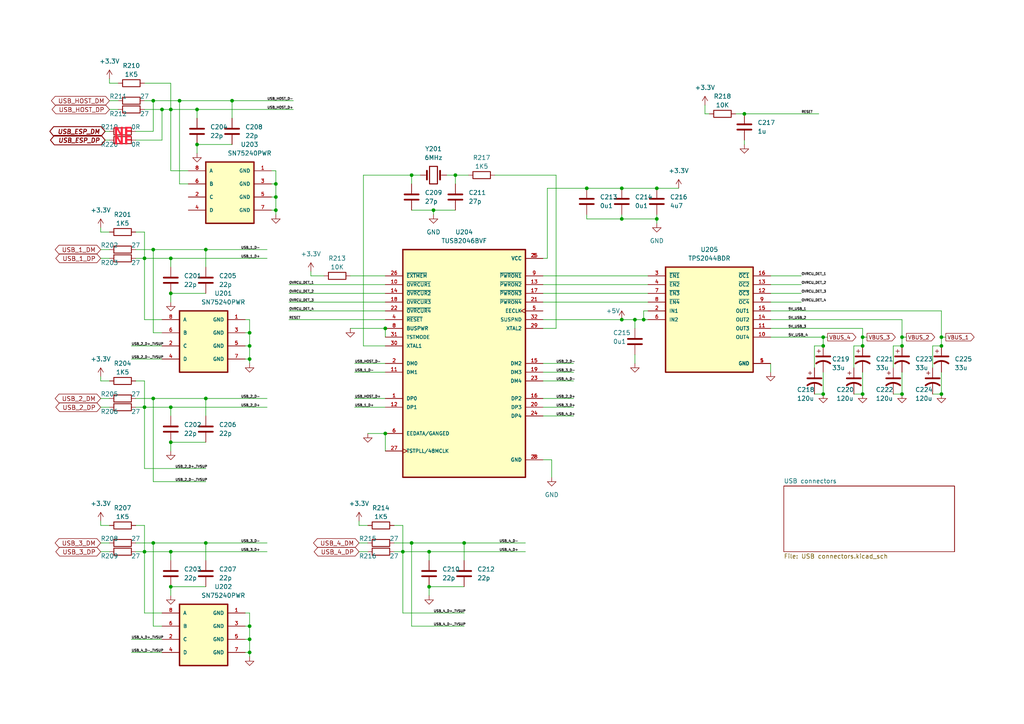
<source format=kicad_sch>
(kicad_sch (version 20230121) (generator eeschema)
  (paper "A4")
  (lib_symbols
    (symbol "Device:C" (pin_numbers hide) (pin_names (offset 0.254))
      (property "Reference" "C" (at 0.635 2.54 0))
      (property "Value" "C" (at 0.635 -2.54 0))
      (symbol "C_0_1"
        (polyline (pts (xy -2.032 -0.762) (xy 2.032 -0.762)) (stroke (width 0.508)))
        (polyline (pts (xy -2.032 0.762) (xy 2.032 0.762)) (stroke (width 0.508)))
      )
      (symbol "C_1_1"
        (pin passive line (at 0 3.81 270) (length 2.794) (name "~") (number "1"))
        (pin passive line (at 0 -3.81 90) (length 2.794) (name "~") (number "2"))
      )
    )
    (symbol "Device:C_Polarized_US" (pin_numbers hide) (pin_names (offset 0.254) hide)
      (property "Reference" "C" (at 0.635 2.54 0))
      (property "Value" "C_Polarized_US" (at 0.635 -2.54 0))
      (symbol "C_Polarized_US_0_1"
        (polyline (pts (xy -2.032 0.762) (xy 2.032 0.762)) (stroke (width 0.508)))
        (polyline (pts (xy -1.778 2.286) (xy -0.762 2.286)))
        (polyline (pts (xy -1.27 1.778) (xy -1.27 2.794)))
        (arc (start 2.032 -1.27) (mid 0 -0.5572) (end -2.032 -1.27) (stroke (width 0.508)))
      )
      (symbol "C_Polarized_US_1_1"
        (pin passive line (at 0 3.81 270) (length 2.794) (name "~") (number "1"))
        (pin passive line (at 0 -3.81 90) (length 3.302) (name "~") (number "2"))
      )
    )
    (symbol "Device:Crystal" (pin_numbers hide) (pin_names (offset 1.016) hide)
      (property "Reference" "Y" (at 0 3.81 0))
      (property "Value" "Crystal" (at 0 -3.81 0))
      (symbol "Crystal_0_1"
        (rectangle (start -1.143 2.54) (end 1.143 -2.54) (stroke (width 0.3048)))
        (polyline (pts (xy -2.54 0) (xy -1.905 0)))
        (polyline (pts (xy -1.905 -1.27) (xy -1.905 1.27)) (stroke (width 0.508)))
        (polyline (pts (xy 1.905 -1.27) (xy 1.905 1.27)) (stroke (width 0.508)))
        (polyline (pts (xy 2.54 0) (xy 1.905 0)))
      )
      (symbol "Crystal_1_1"
        (pin passive line (at -3.81 0 0) (length 1.27) (name "1") (number "1"))
        (pin passive line (at 3.81 0 180) (length 1.27) (name "2") (number "2"))
      )
    )
    (symbol "Device:R" (pin_numbers hide) (pin_names (offset 0))
      (property "Reference" "R" (at 2.032 0 90))
      (property "Value" "R" (at 0 0 90))
      (symbol "R_0_1"
        (rectangle (start -1.016 -2.54) (end 1.016 2.54) (stroke (width 0.254)))
      )
      (symbol "R_1_1"
        (pin passive line (at 0 3.81 270) (length 1.27) (name "~") (number "1"))
        (pin passive line (at 0 -3.81 90) (length 1.27) (name "~") (number "2"))
      )
    )
    (symbol "SN75240PWR:SN75240PWR" (pin_names (offset 1.016))
      (property "Reference" "U4" (at 0 17.78 0))
      (property "Value" "SN75240PWR" (at 0 15.24 0))
      (symbol "SN75240PWR_0_0"
        (rectangle (start -12.7 12.7) (end 1.27 -5.08) (stroke (width 0.41)) (fill (type background)))
        (pin power_in line (at 6.35 10.16 180) (length 5.08) (name "GND") (number "1"))
        (pin bidirectional line (at -17.78 2.54 0) (length 5.08) (name "C") (number "2"))
        (pin power_in line (at 6.35 6.35 180) (length 5.08) (name "GND") (number "3"))
        (pin bidirectional line (at -17.78 -1.27 0) (length 5.08) (name "D") (number "4"))
        (pin power_in line (at 6.35 2.54 180) (length 5.08) (name "GND") (number "5"))
        (pin bidirectional line (at -17.78 6.35 0) (length 5.08) (name "B") (number "6"))
        (pin power_in line (at 6.35 -1.27 180) (length 5.08) (name "GND") (number "7"))
        (pin bidirectional line (at -17.78 10.16 0) (length 5.08) (name "A") (number "8"))
      )
    )
    (symbol "TPS2044BDR:TPS2044BDR" (pin_names (offset 1.016))
      (property "Reference" "U" (at -12.7 16.24 0))
      (property "Value" "TPS2044BDR" (at -12.7 -19.24 0))
      (symbol "TPS2044BDR_0_0"
        (rectangle (start -12.7 -15.24) (end 12.7 15.24) (stroke (width 0.41)) (fill (type background)))
        (pin power_in line (at 17.78 -12.7 180) (length 5.08) (name "GND") (number "1"))
        (pin output line (at 17.78 -5.08 180) (length 5.08) (name "OUT4") (number "10"))
        (pin output line (at 17.78 -2.54 180) (length 5.08) (name "OUT3") (number "11"))
        (pin output line (at 17.78 7.62 180) (length 5.08) (name "~{OC3}") (number "12"))
        (pin output line (at 17.78 10.16 180) (length 5.08) (name "~{OC2}") (number "13"))
        (pin output line (at 17.78 0 180) (length 5.08) (name "OUT2") (number "14"))
        (pin output line (at 17.78 2.54 180) (length 5.08) (name "OUT1") (number "15"))
        (pin output line (at 17.78 12.7 180) (length 5.08) (name "~{OC1}") (number "16"))
        (pin input line (at -17.78 2.54 0) (length 5.08) (name "IN1") (number "2"))
        (pin input line (at -17.78 12.7 0) (length 5.08) (name "~{EN1}") (number "3"))
        (pin input line (at -17.78 10.16 0) (length 5.08) (name "~{EN2}") (number "4"))
        (pin power_in line (at 17.78 -12.7 180) (length 5.08) (name "GND") (number "5"))
        (pin input line (at -17.78 0 0) (length 5.08) (name "IN2") (number "6"))
        (pin input line (at -17.78 7.62 0) (length 5.08) (name "~{EN3}") (number "7"))
        (pin input line (at -17.78 5.08 0) (length 5.08) (name "~{EN4}") (number "8"))
        (pin output line (at 17.78 5.08 180) (length 5.08) (name "~{OC4}") (number "9"))
      )
    )
    (symbol "TUSB2046BVF:TUSB2046BVF" (pin_names (offset 1.016))
      (property "Reference" "U" (at -17.78 34.02 0))
      (property "Value" "TUSB2046BVF" (at -17.78 -37.02 0))
      (symbol "TUSB2046BVF_0_0"
        (rectangle (start -17.78 -33.02) (end 17.78 33.02) (stroke (width 0.41)) (fill (type background)))
        (pin bidirectional line (at -22.86 -10.16 0) (length 5.08) (name "DP0") (number "1"))
        (pin input line (at -22.86 22.86 0) (length 5.08) (name "~{OVRCUR1}") (number "10"))
        (pin bidirectional line (at -22.86 -2.54 0) (length 5.08) (name "DM1") (number "11"))
        (pin bidirectional line (at -22.86 -12.7 0) (length 5.08) (name "DP1") (number "12"))
        (pin output line (at 22.86 22.86 180) (length 5.08) (name "~{PWRON2}") (number "13"))
        (pin input line (at -22.86 20.32 0) (length 5.08) (name "~{OVRCUR2}") (number "14"))
        (pin bidirectional line (at 22.86 0 180) (length 5.08) (name "DM2") (number "15"))
        (pin bidirectional line (at 22.86 -10.16 180) (length 5.08) (name "DP2") (number "16"))
        (pin output line (at 22.86 20.32 180) (length 5.08) (name "~{PWRON3}") (number "17"))
        (pin input line (at -22.86 17.78 0) (length 5.08) (name "~{OVRCUR3}") (number "18"))
        (pin bidirectional line (at 22.86 -2.54 180) (length 5.08) (name "DM3") (number "19"))
        (pin bidirectional line (at -22.86 0 0) (length 5.08) (name "DM0") (number "2"))
        (pin bidirectional line (at 22.86 -12.7 180) (length 5.08) (name "DP3") (number "20"))
        (pin output line (at 22.86 17.78 180) (length 5.08) (name "~{PWRON4}") (number "21"))
        (pin input line (at -22.86 15.24 0) (length 5.08) (name "~{OVRCUR4}") (number "22"))
        (pin bidirectional line (at 22.86 -5.08 180) (length 5.08) (name "DM4") (number "23"))
        (pin bidirectional line (at 22.86 -15.24 180) (length 5.08) (name "DP4") (number "24"))
        (pin power_in line (at 22.86 30.48 180) (length 5.08) (name "VCC") (number "25"))
        (pin input line (at -22.86 25.4 0) (length 5.08) (name "~{EXTMEM}") (number "26"))
        (pin bidirectional clock (at -22.86 -25.4 0) (length 5.08) (name "TSTPLL/48MCLK") (number "27"))
        (pin power_in line (at 22.86 -27.94 180) (length 5.08) (name "GND") (number "28"))
        (pin output line (at 22.86 10.16 180) (length 5.08) (name "XTAL2") (number "29"))
        (pin power_in line (at 22.86 30.48 180) (length 5.08) (name "VCC") (number "3"))
        (pin input line (at -22.86 5.08 0) (length 5.08) (name "XTAL1") (number "30"))
        (pin input line (at -22.86 7.62 0) (length 5.08) (name "TSTMODE") (number "31"))
        (pin output line (at 22.86 12.7 180) (length 5.08) (name "SUSPND") (number "32"))
        (pin input line (at -22.86 12.7 0) (length 5.08) (name "~{RESET}") (number "4"))
        (pin output clock (at 22.86 15.24 180) (length 5.08) (name "EECLK") (number "5"))
        (pin bidirectional line (at -22.86 -20.32 0) (length 5.08) (name "EEDATA/GANGED") (number "6"))
        (pin power_in line (at 22.86 -27.94 180) (length 5.08) (name "GND") (number "7"))
        (pin input line (at -22.86 10.16 0) (length 5.08) (name "BUSPWR") (number "8"))
        (pin output line (at 22.86 25.4 180) (length 5.08) (name "~{PWRON1}") (number "9"))
      )
    )
    (symbol "power:+3.3V" (power) (pin_names (offset 0))
      (property "Value" "+3.3V" (at 0 3.556 0))
      (symbol "+3.3V_0_1"
        (polyline (pts (xy -0.762 1.27) (xy 0 2.54)))
        (polyline (pts (xy 0 0) (xy 0 2.54)))
        (polyline (pts (xy 0 2.54) (xy 0.762 1.27)))
      )
      (symbol "+3.3V_1_1"
        (pin power_in line (at 0 0 90) (length 0) hide (name "+3.3V") (number "1"))
      )
    )
    (symbol "power:+5V" (power) (pin_names (offset 0))
      (property "Value" "+5V" (at 0 3.556 0))
      (symbol "+5V_0_1"
        (polyline (pts (xy -0.762 1.27) (xy 0 2.54)))
        (polyline (pts (xy 0 0) (xy 0 2.54)))
        (polyline (pts (xy 0 2.54) (xy 0.762 1.27)))
      )
      (symbol "+5V_1_1"
        (pin power_in line (at 0 0 90) (length 0) hide (name "+5V") (number "1"))
      )
    )
    (symbol "power:GND" (power) (pin_names (offset 0))
      (property "Value" "GND" (at 0 -3.81 0))
      (symbol "GND_0_1"
        (polyline (pts (xy 0 0) (xy 0 -1.27) (xy 1.27 -1.27) (xy 0 -2.54) (xy -1.27 -1.27) (xy 0 -1.27)))
      )
      (symbol "GND_1_1"
        (pin power_in line (at 0 0 270) (length 0) hide (name "GND") (number "1"))
      )
    )
  )
  (junction (at 134.62 157.48))
  (junction (at 124.46 160.02))
  (junction (at 46.99 31.75))
  (junction (at 49.53 74.93))
  (junction (at 184.15 92.71))
  (junction (at 59.69 72.39))
  (junction (at 190.5 63.5))
  (junction (at 215.9 33.02))
  (junction (at 273.05 114.3))
  (junction (at 41.91 118.11))
  (junction (at 170.18 54.61))
  (junction (at 250.19 97.79))
  (junction (at 41.91 160.02))
  (junction (at 49.53 160.02))
  (junction (at 72.39 100.33))
  (junction (at 80.01 60.96))
  (junction (at 67.31 29.21))
  (junction (at 72.39 185.42))
  (junction (at 59.69 115.57))
  (junction (at 72.39 104.14))
  (junction (at 57.15 41.91))
  (junction (at 132.08 50.8))
  (junction (at 49.53 85.09))
  (junction (at 72.39 189.23))
  (junction (at 273.05 97.79))
  (junction (at 180.34 54.61))
  (junction (at 124.46 170.18))
  (junction (at 111.76 95.25))
  (junction (at 49.53 170.18))
  (junction (at 180.34 92.71))
  (junction (at 72.39 181.61))
  (junction (at 250.19 114.3))
  (junction (at 125.73 60.96))
  (junction (at 238.76 97.79))
  (junction (at 49.53 118.11))
  (junction (at 116.84 160.02))
  (junction (at 49.53 128.27))
  (junction (at 186.69 92.71))
  (junction (at 49.53 31.75))
  (junction (at 273.05 100.33))
  (junction (at 250.19 100.33))
  (junction (at 261.62 97.79))
  (junction (at 238.76 100.33))
  (junction (at 44.45 115.57))
  (junction (at 44.45 29.21))
  (junction (at 190.5 54.61))
  (junction (at 261.62 100.33))
  (junction (at 44.45 157.48))
  (junction (at 180.34 63.5))
  (junction (at 72.39 96.52))
  (junction (at 52.07 29.21))
  (junction (at 59.69 157.48))
  (junction (at 111.76 125.73))
  (junction (at 238.76 114.3))
  (junction (at 44.45 72.39))
  (junction (at 80.01 53.34))
  (junction (at 119.38 50.8))
  (junction (at 119.38 157.48))
  (junction (at 41.91 74.93))
  (junction (at 261.62 114.3))
  (junction (at 57.15 31.75))
  (junction (at 80.01 57.15))
  (wire (pts (xy 29.21 118.11) (xy 31.75 118.11)))
  (wire (pts (xy 134.62 157.48) (xy 152.4 157.48)))
  (wire (pts (xy 71.12 96.52) (xy 72.39 96.52)))
  (wire (pts (xy 129.54 50.8) (xy 132.08 50.8)))
  (wire (pts (xy 46.99 181.61) (xy 44.45 181.61)))
  (wire (pts (xy 52.07 29.21) (xy 67.31 29.21)))
  (wire (pts (xy 72.39 92.71) (xy 71.12 92.71)))
  (wire (pts (xy 250.19 95.25) (xy 250.19 97.79)))
  (wire (pts (xy 59.69 157.48) (xy 77.47 157.48)))
  (wire (pts (xy 38.1 189.23) (xy 46.99 189.23)))
  (wire (pts (xy 44.45 139.7) (xy 44.45 115.57)))
  (wire (pts (xy 238.76 107.95) (xy 238.76 114.3)))
  (wire (pts (xy 158.75 54.61) (xy 158.75 74.93)))
  (wire (pts (xy 57.15 41.91) (xy 57.15 44.45)))
  (wire (pts (xy 104.14 157.48) (xy 106.68 157.48)))
  (wire (pts (xy 236.22 114.3) (xy 238.76 114.3)))
  (wire (pts (xy 190.5 62.23) (xy 190.5 63.5)))
  (wire (pts (xy 223.52 90.17) (xy 273.05 90.17)))
  (wire (pts (xy 124.46 160.02) (xy 152.4 160.02)))
  (wire (pts (xy 71.12 100.33) (xy 72.39 100.33)))
  (wire (pts (xy 223.52 80.01) (xy 232.41 80.01)))
  (wire (pts (xy 119.38 181.61) (xy 119.38 157.48)))
  (wire (pts (xy 259.08 100.33) (xy 261.62 100.33)))
  (wire (pts (xy 44.45 157.48) (xy 59.69 157.48)))
  (wire (pts (xy 49.53 31.75) (xy 57.15 31.75)))
  (wire (pts (xy 38.1 185.42) (xy 46.99 185.42)))
  (wire (pts (xy 30.48 38.1) (xy 31.75 38.1)))
  (wire (pts (xy 59.69 157.48) (xy 59.69 162.56)))
  (wire (pts (xy 41.91 118.11) (xy 49.53 118.11)))
  (wire (pts (xy 180.34 63.5) (xy 190.5 63.5)))
  (wire (pts (xy 213.36 33.02) (xy 215.9 33.02)))
  (wire (pts (xy 49.53 128.27) (xy 59.69 128.27)))
  (wire (pts (xy 170.18 54.61) (xy 158.75 54.61)))
  (wire (pts (xy 204.47 33.02) (xy 205.74 33.02)))
  (wire (pts (xy 29.21 152.4) (xy 31.75 152.4)))
  (wire (pts (xy 59.69 72.39) (xy 77.47 72.39)))
  (wire (pts (xy 196.85 54.61) (xy 190.5 54.61)))
  (wire (pts (xy 116.84 160.02) (xy 124.46 160.02)))
  (wire (pts (xy 44.45 139.7) (xy 59.69 139.7)))
  (wire (pts (xy 223.52 87.63) (xy 232.41 87.63)))
  (wire (pts (xy 111.76 107.95) (xy 102.87 107.95)))
  (wire (pts (xy 247.65 106.68) (xy 247.65 100.33)))
  (wire (pts (xy 157.48 133.35) (xy 160.02 133.35)))
  (wire (pts (xy 31.75 31.75) (xy 34.29 31.75)))
  (wire (pts (xy 41.91 31.75) (xy 46.99 31.75)))
  (wire (pts (xy 72.39 185.42) (xy 72.39 181.61)))
  (wire (pts (xy 270.51 106.68) (xy 270.51 100.33)))
  (wire (pts (xy 71.12 104.14) (xy 72.39 104.14)))
  (wire (pts (xy 39.37 157.48) (xy 44.45 157.48)))
  (wire (pts (xy 29.21 157.48) (xy 31.75 157.48)))
  (wire (pts (xy 41.91 135.89) (xy 41.91 118.11)))
  (wire (pts (xy 80.01 57.15) (xy 80.01 53.34)))
  (wire (pts (xy 80.01 49.53) (xy 78.74 49.53)))
  (wire (pts (xy 187.96 90.17) (xy 186.69 90.17)))
  (wire (pts (xy 71.12 185.42) (xy 72.39 185.42)))
  (wire (pts (xy 49.53 49.53) (xy 54.61 49.53)))
  (wire (pts (xy 39.37 67.31) (xy 41.91 67.31)))
  (wire (pts (xy 49.53 49.53) (xy 49.53 31.75)))
  (wire (pts (xy 261.62 97.79) (xy 261.62 100.33)))
  (wire (pts (xy 250.19 97.79) (xy 250.19 100.33)))
  (wire (pts (xy 160.02 133.35) (xy 160.02 138.43)))
  (wire (pts (xy 41.91 92.71) (xy 46.99 92.71)))
  (wire (pts (xy 49.53 128.27) (xy 49.53 130.81)))
  (wire (pts (xy 261.62 107.95) (xy 261.62 114.3)))
  (wire (pts (xy 49.53 170.18) (xy 59.69 170.18)))
  (wire (pts (xy 83.82 82.55) (xy 111.76 82.55)))
  (wire (pts (xy 44.45 38.1) (xy 44.45 29.21)))
  (wire (pts (xy 119.38 181.61) (xy 134.62 181.61)))
  (wire (pts (xy 90.17 78.74) (xy 90.17 80.01)))
  (wire (pts (xy 72.39 177.8) (xy 71.12 177.8)))
  (wire (pts (xy 104.14 152.4) (xy 106.68 152.4)))
  (wire (pts (xy 39.37 40.64) (xy 46.99 40.64)))
  (wire (pts (xy 49.53 85.09) (xy 59.69 85.09)))
  (wire (pts (xy 187.96 92.71) (xy 186.69 92.71)))
  (wire (pts (xy 80.01 60.96) (xy 80.01 62.23)))
  (wire (pts (xy 49.53 24.13) (xy 49.53 31.75)))
  (wire (pts (xy 273.05 107.95) (xy 273.05 114.3)))
  (wire (pts (xy 49.53 118.11) (xy 49.53 120.65)))
  (wire (pts (xy 111.76 95.25) (xy 111.76 97.79)))
  (wire (pts (xy 83.82 90.17) (xy 111.76 90.17)))
  (wire (pts (xy 44.45 72.39) (xy 59.69 72.39)))
  (wire (pts (xy 72.39 185.42) (xy 72.39 189.23)))
  (wire (pts (xy 44.45 29.21) (xy 52.07 29.21)))
  (wire (pts (xy 41.91 29.21) (xy 44.45 29.21)))
  (wire (pts (xy 80.01 53.34) (xy 80.01 49.53)))
  (wire (pts (xy 29.21 115.57) (xy 31.75 115.57)))
  (wire (pts (xy 101.6 80.01) (xy 111.76 80.01)))
  (wire (pts (xy 119.38 53.34) (xy 119.38 50.8)))
  (wire (pts (xy 41.91 74.93) (xy 49.53 74.93)))
  (wire (pts (xy 119.38 157.48) (xy 134.62 157.48)))
  (wire (pts (xy 57.15 31.75) (xy 57.15 34.29)))
  (wire (pts (xy 186.69 92.71) (xy 184.15 92.71)))
  (wire (pts (xy 186.69 92.71) (xy 186.69 90.17)))
  (wire (pts (xy 238.76 97.79) (xy 238.76 100.33)))
  (wire (pts (xy 72.39 104.14) (xy 72.39 105.41)))
  (wire (pts (xy 190.5 63.5) (xy 190.5 64.77)))
  (wire (pts (xy 71.12 189.23) (xy 72.39 189.23)))
  (wire (pts (xy 41.91 110.49) (xy 41.91 118.11)))
  (wire (pts (xy 67.31 29.21) (xy 85.09 29.21)))
  (wire (pts (xy 44.45 96.52) (xy 44.45 72.39)))
  (wire (pts (xy 102.87 118.11) (xy 111.76 118.11)))
  (wire (pts (xy 41.91 24.13) (xy 49.53 24.13)))
  (wire (pts (xy 38.1 100.33) (xy 46.99 100.33)))
  (wire (pts (xy 59.69 72.39) (xy 59.69 77.47)))
  (wire (pts (xy 106.68 125.73) (xy 111.76 125.73)))
  (wire (pts (xy 39.37 118.11) (xy 41.91 118.11)))
  (wire (pts (xy 125.73 60.96) (xy 125.73 62.23)))
  (wire (pts (xy 29.21 110.49) (xy 29.21 109.22)))
  (wire (pts (xy 39.37 74.93) (xy 41.91 74.93)))
  (wire (pts (xy 157.48 92.71) (xy 180.34 92.71)))
  (wire (pts (xy 104.14 152.4) (xy 104.14 151.13)))
  (wire (pts (xy 125.73 60.96) (xy 132.08 60.96)))
  (wire (pts (xy 49.53 160.02) (xy 77.47 160.02)))
  (wire (pts (xy 29.21 160.02) (xy 31.75 160.02)))
  (wire (pts (xy 83.82 92.71) (xy 111.76 92.71)))
  (wire (pts (xy 44.45 115.57) (xy 59.69 115.57)))
  (wire (pts (xy 83.82 87.63) (xy 111.76 87.63)))
  (wire (pts (xy 157.48 115.57) (xy 166.37 115.57)))
  (wire (pts (xy 161.29 95.25) (xy 157.48 95.25)))
  (wire (pts (xy 46.99 40.64) (xy 46.99 31.75)))
  (wire (pts (xy 101.6 95.25) (xy 111.76 95.25)))
  (wire (pts (xy 157.48 105.41) (xy 166.37 105.41)))
  (wire (pts (xy 223.52 85.09) (xy 232.41 85.09)))
  (wire (pts (xy 29.21 72.39) (xy 31.75 72.39)))
  (wire (pts (xy 41.91 92.71) (xy 41.91 74.93)))
  (wire (pts (xy 41.91 67.31) (xy 41.91 74.93)))
  (wire (pts (xy 157.48 82.55) (xy 187.96 82.55)))
  (wire (pts (xy 270.51 100.33) (xy 273.05 100.33)))
  (wire (pts (xy 273.05 90.17) (xy 273.05 97.79)))
  (wire (pts (xy 157.48 87.63) (xy 187.96 87.63)))
  (wire (pts (xy 124.46 170.18) (xy 124.46 172.72)))
  (wire (pts (xy 236.22 106.68) (xy 236.22 100.33)))
  (wire (pts (xy 83.82 85.09) (xy 111.76 85.09)))
  (wire (pts (xy 247.65 114.3) (xy 250.19 114.3)))
  (wire (pts (xy 247.65 100.33) (xy 250.19 100.33)))
  (wire (pts (xy 223.52 97.79) (xy 238.76 97.79)))
  (wire (pts (xy 116.84 177.8) (xy 134.62 177.8)))
  (wire (pts (xy 78.74 57.15) (xy 80.01 57.15)))
  (wire (pts (xy 259.08 114.3) (xy 261.62 114.3)))
  (wire (pts (xy 31.75 24.13) (xy 34.29 24.13)))
  (wire (pts (xy 41.91 177.8) (xy 41.91 160.02)))
  (wire (pts (xy 250.19 97.79) (xy 251.46 97.79)))
  (wire (pts (xy 238.76 97.79) (xy 240.03 97.79)))
  (wire (pts (xy 132.08 50.8) (xy 135.89 50.8)))
  (wire (pts (xy 270.51 114.3) (xy 273.05 114.3)))
  (wire (pts (xy 31.75 24.13) (xy 31.75 22.86)))
  (wire (pts (xy 223.52 82.55) (xy 232.41 82.55)))
  (wire (pts (xy 124.46 170.18) (xy 134.62 170.18)))
  (wire (pts (xy 261.62 92.71) (xy 261.62 97.79)))
  (wire (pts (xy 31.75 29.21) (xy 34.29 29.21)))
  (wire (pts (xy 49.53 118.11) (xy 77.47 118.11)))
  (wire (pts (xy 119.38 50.8) (xy 105.41 50.8)))
  (wire (pts (xy 184.15 92.71) (xy 184.15 95.25)))
  (wire (pts (xy 273.05 97.79) (xy 273.05 100.33)))
  (wire (pts (xy 39.37 72.39) (xy 44.45 72.39)))
  (wire (pts (xy 236.22 100.33) (xy 238.76 100.33)))
  (wire (pts (xy 180.34 54.61) (xy 190.5 54.61)))
  (wire (pts (xy 114.3 160.02) (xy 116.84 160.02)))
  (wire (pts (xy 158.75 74.93) (xy 157.48 74.93)))
  (wire (pts (xy 204.47 30.48) (xy 204.47 33.02)))
  (wire (pts (xy 223.52 105.41) (xy 223.52 107.95)))
  (wire (pts (xy 39.37 152.4) (xy 41.91 152.4)))
  (wire (pts (xy 57.15 41.91) (xy 67.31 41.91)))
  (wire (pts (xy 157.48 85.09) (xy 187.96 85.09)))
  (wire (pts (xy 54.61 53.34) (xy 52.07 53.34)))
  (wire (pts (xy 250.19 107.95) (xy 250.19 114.3)))
  (wire (pts (xy 41.91 135.89) (xy 59.69 135.89)))
  (wire (pts (xy 134.62 157.48) (xy 134.62 162.56)))
  (wire (pts (xy 180.34 92.71) (xy 184.15 92.71)))
  (wire (pts (xy 72.39 189.23) (xy 72.39 190.5)))
  (wire (pts (xy 49.53 74.93) (xy 77.47 74.93)))
  (wire (pts (xy 157.48 118.11) (xy 166.37 118.11)))
  (wire (pts (xy 105.41 50.8) (xy 105.41 100.33)))
  (wire (pts (xy 157.48 107.95) (xy 166.37 107.95)))
  (wire (pts (xy 71.12 181.61) (xy 72.39 181.61)))
  (wire (pts (xy 90.17 80.01) (xy 93.98 80.01)))
  (wire (pts (xy 59.69 115.57) (xy 77.47 115.57)))
  (wire (pts (xy 215.9 33.02) (xy 237.49 33.02)))
  (wire (pts (xy 124.46 160.02) (xy 124.46 162.56)))
  (wire (pts (xy 29.21 110.49) (xy 31.75 110.49)))
  (wire (pts (xy 223.52 92.71) (xy 261.62 92.71)))
  (wire (pts (xy 72.39 181.61) (xy 72.39 177.8)))
  (wire (pts (xy 102.87 115.57) (xy 111.76 115.57)))
  (wire (pts (xy 39.37 38.1) (xy 44.45 38.1)))
  (wire (pts (xy 259.08 106.68) (xy 259.08 100.33)))
  (wire (pts (xy 184.15 102.87) (xy 184.15 105.41)))
  (wire (pts (xy 116.84 177.8) (xy 116.84 160.02)))
  (wire (pts (xy 29.21 67.31) (xy 31.75 67.31)))
  (wire (pts (xy 170.18 63.5) (xy 180.34 63.5)))
  (wire (pts (xy 29.21 74.93) (xy 31.75 74.93)))
  (wire (pts (xy 157.48 120.65) (xy 166.37 120.65)))
  (wire (pts (xy 114.3 152.4) (xy 116.84 152.4)))
  (wire (pts (xy 111.76 125.73) (xy 111.76 130.81)))
  (wire (pts (xy 49.53 74.93) (xy 49.53 77.47)))
  (wire (pts (xy 67.31 29.21) (xy 67.31 34.29)))
  (wire (pts (xy 52.07 53.34) (xy 52.07 29.21)))
  (wire (pts (xy 46.99 96.52) (xy 44.45 96.52)))
  (wire (pts (xy 119.38 50.8) (xy 121.92 50.8)))
  (wire (pts (xy 116.84 152.4) (xy 116.84 160.02)))
  (wire (pts (xy 215.9 40.64) (xy 215.9 41.91)))
  (wire (pts (xy 38.1 104.14) (xy 46.99 104.14)))
  (wire (pts (xy 49.53 85.09) (xy 49.53 87.63)))
  (wire (pts (xy 30.48 40.64) (xy 31.75 40.64)))
  (wire (pts (xy 78.74 60.96) (xy 80.01 60.96)))
  (wire (pts (xy 273.05 97.79) (xy 274.32 97.79)))
  (wire (pts (xy 72.39 100.33) (xy 72.39 104.14)))
  (wire (pts (xy 29.21 67.31) (xy 29.21 66.04)))
  (wire (pts (xy 44.45 181.61) (xy 44.45 157.48)))
  (wire (pts (xy 57.15 31.75) (xy 85.09 31.75)))
  (wire (pts (xy 29.21 152.4) (xy 29.21 151.13)))
  (wire (pts (xy 161.29 50.8) (xy 161.29 95.25)))
  (wire (pts (xy 41.91 152.4) (xy 41.91 160.02)))
  (wire (pts (xy 39.37 160.02) (xy 41.91 160.02)))
  (wire (pts (xy 39.37 115.57) (xy 44.45 115.57)))
  (wire (pts (xy 157.48 80.01) (xy 187.96 80.01)))
  (wire (pts (xy 46.99 31.75) (xy 49.53 31.75)))
  (wire (pts (xy 104.14 160.02) (xy 106.68 160.02)))
  (wire (pts (xy 157.48 110.49) (xy 166.37 110.49)))
  (wire (pts (xy 180.34 62.23) (xy 180.34 63.5)))
  (wire (pts (xy 119.38 60.96) (xy 125.73 60.96)))
  (wire (pts (xy 41.91 177.8) (xy 46.99 177.8)))
  (wire (pts (xy 170.18 62.23) (xy 170.18 63.5)))
  (wire (pts (xy 170.18 54.61) (xy 180.34 54.61)))
  (wire (pts (xy 49.53 160.02) (xy 49.53 162.56)))
  (wire (pts (xy 59.69 115.57) (xy 59.69 120.65)))
  (wire (pts (xy 143.51 50.8) (xy 161.29 50.8)))
  (wire (pts (xy 132.08 50.8) (xy 132.08 53.34)))
  (wire (pts (xy 80.01 57.15) (xy 80.01 60.96)))
  (wire (pts (xy 114.3 157.48) (xy 119.38 157.48)))
  (wire (pts (xy 49.53 170.18) (xy 49.53 172.72)))
  (wire (pts (xy 72.39 100.33) (xy 72.39 96.52)))
  (wire (pts (xy 39.37 110.49) (xy 41.91 110.49)))
  (wire (pts (xy 102.87 105.41) (xy 111.76 105.41)))
  (wire (pts (xy 261.62 97.79) (xy 262.89 97.79)))
  (wire (pts (xy 105.41 100.33) (xy 111.76 100.33)))
  (wire (pts (xy 72.39 96.52) (xy 72.39 92.71)))
  (wire (pts (xy 78.74 53.34) (xy 80.01 53.34)))
  (wire (pts (xy 223.52 95.25) (xy 250.19 95.25)))
  (wire (pts (xy 41.91 160.02) (xy 49.53 160.02)))
  (text "NF" (at 33.02 40.64 0) (effects (font (size 2.5 2.5) (thickness 0.254) bold italic) (justify left bottom)))
  (text "NF" (at 33.02 43.18 0) (effects (font (size 2.5 2.5) (thickness 0.254) bold italic) (justify left bottom)))
  (label "USB_1_D-" (at 102.87 107.95 0) (effects (font (size 0.7 0.7))))
  (label "USB_3_D+" (at 161.29 118.11 0) (effects (font (size 0.7 0.7))))
  (label "USB_3_D+" (at 69.85 160.02 0) (effects (font (size 0.7 0.7))))
  (label "OVRCU_DET_4" (at 83.82 90.17 0) (effects (font (size 0.7 0.7))))
  (label "USB_4_D-" (at 161.29 110.49 0) (effects (font (size 0.7 0.7))))
  (label "USB_4_D+_TVSUP" (at 125.73 177.8 0) (effects (font (size 0.7 0.7))))
  (label "USB_2_D+" (at 69.85 118.11 0) (effects (font (size 0.7 0.7))))
  (label "USB_2_D-_TVSUP" (at 50.8 139.7 0) (effects (font (size 0.7 0.7))))
  (label "USB_1_D+" (at 69.85 74.93 0) (effects (font (size 0.7 0.7))))
  (label "USB_1_D+" (at 102.87 118.11 0) (effects (font (size 0.7 0.7))))
  (label "USB_2_D+_TVSUP" (at 50.8 135.89 0) (effects (font (size 0.7 0.7))))
  (label "OVRCU_DET_2" (at 232.41 82.55 0) (effects (font (size 0.7 0.7))))
  (label "OVRCU_DET_1" (at 83.82 82.55 0) (effects (font (size 0.7 0.7))))
  (label "USB_HOST_D-" (at 102.87 105.41 0) (effects (font (size 0.7 0.7))))
  (label "5V_USB_4" (at 228.6 97.79 0) (effects (font (size 0.77 0.77))))
  (label "OVRCU_DET_3" (at 232.41 85.09 0) (effects (font (size 0.7 0.7))))
  (label "OVRCU_DET_4" (at 232.41 87.63 0) (effects (font (size 0.7 0.7))))
  (label "USB_HOST_D+" (at 77.47 31.75 0) (effects (font (size 0.7 0.7))))
  (label "USB_4_D-_TVSUP" (at 125.73 181.61 0) (effects (font (size 0.7 0.7))))
  (label "RESET" (at 232.41 33.02 0) (effects (font (size 0.7 0.7))))
  (label "USB_2_D+_TVSUP" (at 38.1 100.33 0) (effects (font (size 0.7 0.7))))
  (label "5V_USB_1" (at 228.6 90.17 0) (effects (font (size 0.7 0.7))))
  (label "USB_2_D-" (at 69.85 115.57 0) (effects (font (size 0.7 0.7))))
  (label "USB_4_D+_TVSUP" (at 38.1 185.42 0) (effects (font (size 0.7 0.7))))
  (label "USB_2_D-_TVSUP" (at 38.1 104.14 0) (effects (font (size 0.7 0.7))))
  (label "USB_HOST_D-" (at 77.47 29.21 0) (effects (font (size 0.7 0.7))))
  (label "5V_USB_3" (at 228.6 95.25 0) (effects (font (size 0.7 0.7))))
  (label "RESET" (at 83.82 92.71 0) (effects (font (size 0.7 0.7))))
  (label "OVRCU_DET_3" (at 83.82 87.63 0) (effects (font (size 0.7 0.7))))
  (label "USB_2_D+" (at 161.29 115.57 0) (effects (font (size 0.7 0.7))))
  (label "OVRCU_DET_1" (at 232.41 80.01 0) (effects (font (size 0.7 0.7))))
  (label "USB_1_D-" (at 69.85 72.39 0) (effects (font (size 0.7 0.7))))
  (label "USB_2_D-" (at 161.29 105.41 0) (effects (font (size 0.7 0.7))))
  (label "USB_4_D-_TVSUP" (at 38.1 189.23 0) (effects (font (size 0.7 0.7))))
  (label "USB_4_D+" (at 144.78 160.02 0) (effects (font (size 0.7 0.7))))
  (label "USB_4_D+" (at 161.29 120.65 0) (effects (font (size 0.7 0.7))))
  (label "USB_HOST_D+" (at 102.87 115.57 0) (effects (font (size 0.7 0.7))))
  (label "USB_3_D-" (at 69.85 157.48 0) (effects (font (size 0.7 0.7))))
  (label "5V_USB_2" (at 228.6 92.71 0) (effects (font (size 0.7 0.7))))
  (label "OVRCU_DET_2" (at 83.82 85.09 0) (effects (font (size 0.7 0.7))))
  (label "USB_3_D-" (at 161.29 107.95 0) (effects (font (size 0.7 0.7))))
  (label "USB_4_D-" (at 144.78 157.48 0) (effects (font (size 0.7 0.7))))
  (global_label "USB_4_DP" (shape bidirectional) (at 104.14 160.02 180) (property "Intersheetrefs" "${INTERSHEET_REFS}" (effects hide)))
  (global_label "USB_3_DM" (shape bidirectional) (at 29.21 157.48 180) (property "Intersheetrefs" "${INTERSHEET_REFS}" (effects hide)))
  (global_label "VBUS_2" (shape output) (at 262.89 97.79 0) (effects (font (size 1.1 1.1))) (property "Intersheetrefs" "${INTERSHEET_REFS}" (effects hide)))
  (global_label "USB_2_DM" (shape bidirectional) (at 29.21 115.57 180) (property "Intersheetrefs" "${INTERSHEET_REFS}" (effects hide)))
  (global_label "VBUS_4" (shape output) (at 240.03 97.79 0) (effects (font (size 1.1 1.1))) (property "Intersheetrefs" "${INTERSHEET_REFS}" (effects hide)))
  (global_label "USB_2_DP" (shape bidirectional) (at 29.21 118.11 180) (property "Intersheetrefs" "${INTERSHEET_REFS}" (effects hide)))
  (global_label "VBUS_1" (shape output) (at 274.32 97.79 0) (effects (font (size 1.1 1.1))) (property "Intersheetrefs" "${INTERSHEET_REFS}" (effects hide)))
  (global_label "USB_1_DM" (shape bidirectional) (at 29.21 72.39 180) (property "Intersheetrefs" "${INTERSHEET_REFS}" (effects hide)))
  (global_label "USB_4_DM" (shape bidirectional) (at 104.14 157.48 180) (property "Intersheetrefs" "${INTERSHEET_REFS}" (effects hide)))
  (global_label "USB_3_DP" (shape bidirectional) (at 29.21 160.02 180) (property "Intersheetrefs" "${INTERSHEET_REFS}" (effects hide)))
  (global_label "USB_HOST_DM" (shape bidirectional) (at 31.75 29.21 180) (property "Intersheetrefs" "${INTERSHEET_REFS}" (effects hide)))
  (global_label "USB_ESP_DP" (shape bidirectional) (at 30.48 40.64 180) (effects (font bold italic)) (property "Intersheetrefs" "${INTERSHEET_REFS}" (effects hide)))
  (global_label "USB_HOST_DP" (shape bidirectional) (at 31.75 31.75 180) (property "Intersheetrefs" "${INTERSHEET_REFS}" (effects hide)))
  (global_label "USB_1_DP" (shape bidirectional) (at 29.21 74.93 180) (property "Intersheetrefs" "${INTERSHEET_REFS}" (effects hide)))
  (global_label "USB_ESP_DM" (shape bidirectional) (at 30.48 38.1 180) (effects (font bold italic)) (property "Intersheetrefs" "${INTERSHEET_REFS}" (effects hide)))
  (global_label "VBUS_3" (shape output) (at 251.46 97.79 0) (effects (font (size 1.1 1.1))) (property "Intersheetrefs" "${INTERSHEET_REFS}" (effects hide)))
  (symbol (lib_id "Device:R") (at 38.1 31.75 90) (unit 1)
    (property "Reference" "R212" (at 34.29 33.02 90))
    (property "Value" "27" (at 41.91 33.02 90))
  )
  (symbol (lib_id "Device:C") (at 190.5 58.42 0) (unit 1)
    (property "Reference" "C216" (at 194.31 57.15 0) (effects (justify left)))
    (property "Value" "4u7" (at 194.31 59.69 0) (effects (justify left)))
  )
  (symbol (lib_id "Device:C") (at 119.38 57.15 0) (unit 1)
    (property "Reference" "C209" (at 123.19 55.88 0) (effects (justify left)))
    (property "Value" "27p" (at 123.19 58.42 0) (effects (justify left)))
  )
  (symbol (lib_id "Device:R") (at 35.56 160.02 90) (unit 1)
    (property "Reference" "R209" (at 31.75 161.29 90))
    (property "Value" "27" (at 39.37 161.29 90))
  )
  (symbol (lib_id "power:GND") (at 49.53 87.63 0) (unit 1)
    (property "Reference" "#PWR0205" (effects hide))
    (property "Value" "GND" (effects hide))
  )
  (symbol (lib_id "Device:C") (at 49.53 166.37 0) (unit 1)
    (property "Reference" "C203" (at 53.34 165.1 0) (effects (justify left)))
    (property "Value" "22p" (at 53.34 167.64 0) (effects (justify left)))
  )
  (symbol (lib_id "Device:C") (at 59.69 81.28 0) (unit 1)
    (property "Reference" "C205" (at 63.5 80.01 0) (effects (justify left)))
    (property "Value" "22p" (at 63.5 82.55 0) (effects (justify left)))
  )
  (symbol (lib_id "Device:Crystal") (at 125.73 50.8 0) (unit 1)
    (property "Reference" "Y201" (at 125.73 43.18 0))
    (property "Value" "6MHz" (at 125.73 45.72 0))
  )
  (symbol (lib_id "Device:C_Polarized_US") (at 270.51 110.49 0) (unit 1)
    (property "Reference" "C224" (at 265.43 113.03 0) (effects (justify left)))
    (property "Value" "120u" (at 265.43 115.57 0) (effects (justify left)))
  )
  (symbol (lib_id "Device:C") (at 215.9 36.83 0) (unit 1)
    (property "Reference" "C217" (at 219.71 35.56 0) (effects (justify left)))
    (property "Value" "1u" (at 219.71 38.1 0) (effects (justify left)))
  )
  (symbol (lib_id "Device:C") (at 132.08 57.15 0) (unit 1)
    (property "Reference" "C211" (at 135.89 55.88 0) (effects (justify left)))
    (property "Value" "27p" (at 135.89 58.42 0) (effects (justify left)))
  )
  (symbol (lib_id "power:GND") (at 80.01 62.23 0) (unit 1)
    (property "Reference" "#PWR0211" (effects hide))
    (property "Value" "GND" (effects hide))
  )
  (symbol (lib_id "power:+3.3V") (at 29.21 109.22 0) (unit 1)
    (property "Reference" "#PWR0202" (effects hide))
    (property "Value" "+3.3V" (at 29.21 104.14 0))
  )
  (symbol (lib_id "Device:C") (at 49.53 124.46 0) (unit 1)
    (property "Reference" "C202" (at 53.34 123.19 0) (effects (justify left)))
    (property "Value" "22p" (at 53.34 125.73 0) (effects (justify left)))
  )
  (symbol (lib_id "power:GND") (at 215.9 41.91 0) (unit 1)
    (property "Reference" "#PWR0224" (effects hide))
    (property "Value" "GND" (effects hide))
  )
  (symbol (lib_id "Device:C_Polarized_US") (at 273.05 104.14 0) (unit 1)
    (property "Reference" "C225" (at 276.86 104.14 0) (effects (justify left)))
    (property "Value" "33u" (at 276.86 106.68 0) (effects (justify left)))
  )
  (symbol (lib_id "power:+3.3V") (at 29.21 66.04 0) (unit 1)
    (property "Reference" "#PWR0201" (effects hide))
    (property "Value" "+3.3V" (at 29.21 60.96 0))
  )
  (symbol (lib_id "power:GND") (at 238.76 114.3 0) (unit 1)
    (property "Reference" "#PWR0226" (effects hide))
    (property "Value" "GND" (effects hide))
  )
  (symbol (lib_id "Device:C") (at 184.15 99.06 0) (unit 1)
    (property "Reference" "C215" (at 177.8 96.52 0) (effects (justify left)))
    (property "Value" "0u1" (at 177.8 99.06 0) (effects (justify left)))
  )
  (symbol (lib_id "TUSB2046BVF:TUSB2046BVF") (at 134.62 105.41 0) (unit 1)
    (property "Reference" "U204" (at 134.62 67.31 0))
    (property "Value" "TUSB2046BVF" (at 134.62 69.85 0))
    (property "Footprint" "TUSB2046BVF:QFP80P900X900X160-32N" (effects hide))
    (property "MF" "Texas Instruments" (effects hide))
    (property "Description" "\n4-port USB 2.0 12-Mbps USB full-speed hub\n" (effects hide))
    (property "Package" "LQFP-32 Texas Instruments" (effects hide))
    (property "Price" "None" (effects hide))
    (property "SnapEDA_Link" "https://www.snapeda.com/parts/TUSB2046BVF/Texas+Instruments/view-part/?ref=snap" (effects hide))
    (property "MP" "TUSB2046BVF" (effects hide))
    (property "Availability" "In Stock" (effects hide))
    (property "Check_prices" "https://www.snapeda.com/parts/TUSB2046BVF/Texas+Instruments/view-part/?ref=eda" (effects hide))
  )
  (symbol (lib_id "power:GND") (at 124.46 172.72 0) (unit 1)
    (property "Reference" "#PWR0216" (effects hide))
    (property "Value" "GND" (effects hide))
  )
  (symbol (lib_id "power:+5V") (at 180.34 92.71 0) (unit 1)
    (property "Reference" "#PWR0219" (effects hide))
    (property "Value" "+5V" (at 177.8 90.17 0))
  )
  (symbol (lib_id "TPS2044BDR:TPS2044BDR") (at 205.74 92.71 0) (unit 1)
    (property "Reference" "U205" (at 205.74 72.39 0))
    (property "Value" "TPS2044BDR" (at 205.74 74.93 0))
    (property "Footprint" "TPS2044BDR:SOIC127P600X175-16N" (effects hide))
    (property "MF" "Texas Instruments" (effects hide))
    (property "Description" "\n4-ch, 0.5A loading, 2.7-5.5V, 70mΩ USB power switch, active-low\n" (effects hide))
    (property "Package" "SOIC-16 Texas Instruments" (effects hide))
    (property "Price" "None" (effects hide))
    (property "SnapEDA_Link" "https://www.snapeda.com/parts/TPS2044BDR/Texas+Instruments/view-part/?ref=snap" (effects hide))
    (property "MP" "TPS2044BDR" (effects hide))
    (property "Availability" "In Stock" (effects hide))
    (property "Check_prices" "https://www.snapeda.com/parts/TPS2044BDR/Texas+Instruments/view-part/?ref=eda" (effects hide))
  )
  (symbol (lib_id "power:GND") (at 273.05 114.3 0) (unit 1)
    (property "Reference" "#PWR0229" (effects hide))
    (property "Value" "GND" (effects hide))
  )
  (symbol (lib_id "Device:R") (at 35.56 74.93 90) (unit 1)
    (property "Reference" "R203" (at 31.75 76.2 90))
    (property "Value" "27" (at 39.37 76.2 90))
  )
  (symbol (lib_id "power:GND") (at 106.68 125.73 0) (unit 1)
    (property "Reference" "#PWR0215" (effects hide))
    (property "Value" "GND" (effects hide))
  )
  (symbol (lib_id "Device:C_Polarized_US") (at 247.65 110.49 0) (unit 1)
    (property "Reference" "C220" (at 242.57 113.03 0) (effects (justify left)))
    (property "Value" "120u" (at 242.57 115.57 0) (effects (justify left)))
  )
  (symbol (lib_id "Device:R") (at 35.56 152.4 90) (unit 1)
    (property "Reference" "R207" (at 35.56 147.32 90))
    (property "Value" "1K5" (at 35.56 149.86 90))
  )
  (symbol (lib_id "Device:C") (at 59.69 166.37 0) (unit 1)
    (property "Reference" "C207" (at 63.5 165.1 0) (effects (justify left)))
    (property "Value" "22p" (at 63.5 167.64 0) (effects (justify left)))
  )
  (symbol (lib_id "power:GND") (at 72.39 190.5 0) (unit 1)
    (property "Reference" "#PWR0210" (effects hide))
    (property "Value" "GND" (effects hide))
  )
  (symbol (lib_id "Device:R") (at 35.56 72.39 90) (unit 1)
    (property "Reference" "R202" (at 31.75 71.12 90))
    (property "Value" "27" (at 39.37 71.12 90))
  )
  (symbol (lib_id "power:GND") (at 49.53 172.72 0) (unit 1)
    (property "Reference" "#PWR0207" (effects hide))
    (property "Value" "GND" (effects hide))
  )
  (symbol (lib_id "Device:R") (at 38.1 24.13 90) (unit 1)
    (property "Reference" "R210" (at 38.1 19.05 90))
    (property "Value" "1K5" (at 38.1 21.59 90))
  )
  (symbol (lib_id "Device:R") (at 209.55 33.02 90) (unit 1)
    (property "Reference" "R218" (at 209.55 27.94 90))
    (property "Value" "10K" (at 209.55 30.48 90))
  )
  (symbol (lib_id "power:+3.3V") (at 204.47 30.48 0) (unit 1)
    (property "Reference" "#PWR0223" (effects hide))
    (property "Value" "+3.3V" (at 204.47 25.4 0))
  )
  (symbol (lib_id "Device:C") (at 57.15 38.1 0) (unit 1)
    (property "Reference" "C204" (at 60.96 36.83 0) (effects (justify left)))
    (property "Value" "22p" (at 60.96 39.37 0) (effects (justify left)))
  )
  (symbol (lib_id "Device:R") (at 35.56 110.49 90) (unit 1)
    (property "Reference" "R204" (at 35.56 105.41 90))
    (property "Value" "1K5" (at 35.56 107.95 90))
  )
  (symbol (lib_id "Device:C") (at 59.69 124.46 0) (unit 1)
    (property "Reference" "C206" (at 63.5 123.19 0) (effects (justify left)))
    (property "Value" "22p" (at 63.5 125.73 0) (effects (justify left)))
  )
  (symbol (lib_id "Device:C_Polarized_US") (at 259.08 110.49 0) (unit 1)
    (property "Reference" "C222" (at 254 113.03 0) (effects (justify left)))
    (property "Value" "120u" (at 254 115.57 0) (effects (justify left)))
  )
  (symbol (lib_id "SN75240PWR:SN75240PWR") (at 72.39 59.69 0) (unit 1)
    (property "Reference" "U203" (at 72.39 41.91 0))
    (property "Value" "SN75240PWR" (at 72.39 44.45 0))
    (property "Footprint" "SN75240PWR:SOP65P640X120-8N" (effects hide))
    (property "MF" "Texas Instruments" (effects hide))
    (property "Description" "\nDual USB port transient suppressor\n" (effects hide))
    (property "Package" "TSSOP-8 Texas Instruments" (effects hide))
    (property "Price" "None" (effects hide))
    (property "SnapEDA_Link" "https://www.snapeda.com/parts/SN75240PWR/Texas+Instruments/view-part/?ref=snap" (effects hide))
    (property "MP" "SN75240PWR" (effects hide))
    (property "Availability" "In Stock" (effects hide))
    (property "Check_prices" "https://www.snapeda.com/parts/SN75240PWR/Texas+Instruments/view-part/?ref=eda" (effects hide))
  )
  (symbol (lib_id "Device:R") (at 35.56 40.64 90) (unit 1)
    (property "Reference" "R220" (at 31.75 41.91 90))
    (property "Value" "0R" (at 39.37 41.91 90))
  )
  (symbol (lib_id "Device:R") (at 35.56 115.57 90) (unit 1)
    (property "Reference" "R205" (at 31.75 114.3 90))
    (property "Value" "27" (at 39.37 114.3 90))
  )
  (symbol (lib_id "Device:R") (at 110.49 160.02 90) (unit 1)
    (property "Reference" "R216" (at 106.68 161.29 90))
    (property "Value" "27" (at 114.3 161.29 90))
  )
  (symbol (lib_id "Device:R") (at 139.7 50.8 90) (unit 1)
    (property "Reference" "R217" (at 139.7 45.72 90))
    (property "Value" "1K5" (at 139.7 48.26 90))
  )
  (symbol (lib_id "power:GND") (at 72.39 105.41 0) (unit 1)
    (property "Reference" "#PWR0209" (effects hide))
    (property "Value" "GND" (effects hide))
  )
  (symbol (lib_id "Device:R") (at 97.79 80.01 90) (unit 1)
    (property "Reference" "R213" (at 97.79 74.93 90))
    (property "Value" "10K" (at 97.79 77.47 90))
  )
  (symbol (lib_id "power:+3.3V") (at 29.21 151.13 0) (unit 1)
    (property "Reference" "#PWR0203" (effects hide))
    (property "Value" "+3.3V" (at 29.21 146.05 0))
  )
  (symbol (lib_id "Device:R") (at 35.56 67.31 90) (unit 1)
    (property "Reference" "R201" (at 35.56 62.23 90))
    (property "Value" "1K5" (at 35.56 64.77 90))
  )
  (symbol (lib_id "SN75240PWR:SN75240PWR") (at 64.77 187.96 0) (unit 1)
    (property "Reference" "U202" (at 64.77 170.18 0))
    (property "Value" "SN75240PWR" (at 64.77 172.72 0))
    (property "Footprint" "SN75240PWR:SOP65P640X120-8N" (effects hide))
    (property "MF" "Texas Instruments" (effects hide))
    (property "Description" "\nDual USB port transient suppressor\n" (effects hide))
    (property "Package" "TSSOP-8 Texas Instruments" (effects hide))
    (property "Price" "None" (effects hide))
    (property "SnapEDA_Link" "https://www.snapeda.com/parts/SN75240PWR/Texas+Instruments/view-part/?ref=snap" (effects hide))
    (property "MP" "SN75240PWR" (effects hide))
    (property "Availability" "In Stock" (effects hide))
    (property "Check_prices" "https://www.snapeda.com/parts/SN75240PWR/Texas+Instruments/view-part/?ref=eda" (effects hide))
  )
  (symbol (lib_id "Device:C_Polarized_US") (at 238.76 104.14 0) (unit 1)
    (property "Reference" "C219" (at 241.3 104.14 0) (effects (justify left)))
    (property "Value" "33u" (at 241.3 106.68 0) (effects (justify left)))
  )
  (symbol (lib_id "Device:C") (at 180.34 58.42 0) (unit 1)
    (property "Reference" "C214" (at 184.15 57.15 0) (effects (justify left)))
    (property "Value" "0u1" (at 184.15 59.69 0) (effects (justify left)))
  )
  (symbol (lib_id "Device:R") (at 110.49 152.4 90) (unit 1)
    (property "Reference" "R214" (at 110.49 147.32 90))
    (property "Value" "1K5" (at 110.49 149.86 90))
  )
  (symbol (lib_id "Device:C") (at 49.53 81.28 0) (unit 1)
    (property "Reference" "C201" (at 53.34 80.01 0) (effects (justify left)))
    (property "Value" "22p" (at 53.34 82.55 0) (effects (justify left)))
  )
  (symbol (lib_id "Device:R") (at 38.1 29.21 90) (unit 1)
    (property "Reference" "R211" (at 34.29 27.94 90))
    (property "Value" "27" (at 41.91 27.94 90))
  )
  (symbol (lib_id "power:GND") (at 160.02 138.43 0) (unit 1)
    (property "Reference" "#PWR0218" (effects hide))
    (property "Value" "GND" (at 160.02 143.51 0))
  )
  (symbol (lib_id "power:+3.3V") (at 90.17 78.74 0) (unit 1)
    (property "Reference" "#PWR0212" (effects hide))
    (property "Value" "+3.3V" (at 90.17 73.66 0))
  )
  (symbol (lib_id "SN75240PWR:SN75240PWR") (at 64.77 102.87 0) (unit 1)
    (property "Reference" "U201" (at 64.77 85.09 0))
    (property "Value" "SN75240PWR" (at 64.77 87.63 0))
    (property "Footprint" "SN75240PWR:SOP65P640X120-8N" (effects hide))
    (property "MF" "Texas Instruments" (effects hide))
    (property "Description" "\nDual USB port transient suppressor\n" (effects hide))
    (property "Package" "TSSOP-8 Texas Instruments" (effects hide))
    (property "Price" "None" (effects hide))
    (property "SnapEDA_Link" "https://www.snapeda.com/parts/SN75240PWR/Texas+Instruments/view-part/?ref=snap" (effects hide))
    (property "MP" "SN75240PWR" (effects hide))
    (property "Availability" "In Stock" (effects hide))
    (property "Check_prices" "https://www.snapeda.com/parts/SN75240PWR/Texas+Instruments/view-part/?ref=eda" (effects hide))
  )
  (symbol (lib_id "power:GND") (at 223.52 107.95 0) (unit 1)
    (property "Reference" "#PWR0225" (effects hide))
    (property "Value" "GND" (effects hide))
  )
  (symbol (lib_id "power:GND") (at 57.15 44.45 0) (unit 1)
    (property "Reference" "#PWR0208" (effects hide))
    (property "Value" "GND" (effects hide))
  )
  (symbol (lib_id "Device:C_Polarized_US") (at 236.22 110.49 0) (unit 1)
    (property "Reference" "C218" (at 231.14 113.03 0) (effects (justify left)))
    (property "Value" "120u" (at 231.14 115.57 0) (effects (justify left)))
  )
  (symbol (lib_id "Device:C_Polarized_US") (at 250.19 104.14 0) (unit 1)
    (property "Reference" "C221" (at 254 104.14 0) (effects (justify left)))
    (property "Value" "33u" (at 254 106.68 0) (effects (justify left)))
  )
  (symbol (lib_id "power:+3.3V") (at 31.75 22.86 0) (unit 1)
    (property "Reference" "#PWR0204" (effects hide))
    (property "Value" "+3.3V" (at 31.75 17.78 0))
  )
  (symbol (lib_id "power:GND") (at 250.19 114.3 0) (unit 1)
    (property "Reference" "#PWR0227" (effects hide))
    (property "Value" "GND" (effects hide))
  )
  (symbol (lib_id "power:GND") (at 101.6 95.25 0) (unit 1)
    (property "Reference" "#PWR0213" (effects hide))
    (property "Value" "GND" (effects hide))
  )
  (symbol (lib_id "power:GND") (at 184.15 105.41 0) (unit 1)
    (property "Reference" "#PWR0220" (effects hide))
    (property "Value" "GND" (effects hide))
  )
  (symbol (lib_id "Device:R") (at 35.56 118.11 90) (unit 1)
    (property "Reference" "R206" (at 31.75 119.38 90))
    (property "Value" "27" (at 39.37 119.38 90))
  )
  (symbol (lib_id "Device:C_Polarized_US") (at 261.62 104.14 0) (unit 1)
    (property "Reference" "C223" (at 265.43 104.14 0) (effects (justify left)))
    (property "Value" "33u" (at 265.43 106.68 0) (effects (justify left)))
  )
  (symbol (lib_id "power:GND") (at 49.53 130.81 0) (unit 1)
    (property "Reference" "#PWR0206" (effects hide))
    (property "Value" "GND" (effects hide))
  )
  (symbol (lib_id "Device:R") (at 35.56 38.1 90) (unit 1)
    (property "Reference" "R219" (at 31.75 36.83 90))
    (property "Value" "0R" (at 39.37 36.83 90))
  )
  (symbol (lib_id "power:GND") (at 190.5 64.77 0) (unit 1)
    (property "Reference" "#PWR0221" (effects hide))
    (property "Value" "GND" (at 190.5 69.85 0))
  )
  (symbol (lib_id "power:GND") (at 261.62 114.3 0) (unit 1)
    (property "Reference" "#PWR0228" (effects hide))
    (property "Value" "GND" (effects hide))
  )
  (symbol (lib_id "Device:R") (at 35.56 157.48 90) (unit 1)
    (property "Reference" "R208" (at 31.75 156.21 90))
    (property "Value" "27" (at 39.37 156.21 90))
  )
  (symbol (lib_id "Device:R") (at 110.49 157.48 90) (unit 1)
    (property "Reference" "R215" (at 106.68 156.21 90))
    (property "Value" "27" (at 114.3 156.21 90))
  )
  (symbol (lib_id "Device:C") (at 170.18 58.42 0) (unit 1)
    (property "Reference" "C213" (at 173.99 57.15 0) (effects (justify left)))
    (property "Value" "0u1" (at 173.99 59.69 0) (effects (justify left)))
  )
  (symbol (lib_id "Device:C") (at 134.62 166.37 0) (unit 1)
    (property "Reference" "C212" (at 138.43 165.1 0) (effects (justify left)))
    (property "Value" "22p" (at 138.43 167.64 0) (effects (justify left)))
  )
  (symbol (lib_id "Device:C") (at 124.46 166.37 0) (unit 1)
    (property "Reference" "C210" (at 128.27 165.1 0) (effects (justify left)))
    (property "Value" "22p" (at 128.27 167.64 0) (effects (justify left)))
  )
  (symbol (lib_id "Device:C") (at 67.31 38.1 0) (unit 1)
    (property "Reference" "C208" (at 71.12 36.83 0) (effects (justify left)))
    (property "Value" "22p" (at 71.12 39.37 0) (effects (justify left)))
  )
  (symbol (lib_id "power:GND") (at 125.73 62.23 0) (unit 1)
    (property "Reference" "#PWR0217" (effects hide))
    (property "Value" "GND" (at 125.73 67.31 0))
  )
  (symbol (lib_id "power:+3.3V") (at 104.14 151.13 0) (unit 1)
    (property "Reference" "#PWR0214" (effects hide))
    (property "Value" "+3.3V" (at 104.14 146.05 0))
  )
  (symbol (lib_id "power:+3.3V") (at 196.85 54.61 0) (unit 1)
    (property "Reference" "#PWR0222" (effects hide))
    (property "Value" "+3.3V" (at 196.85 49.53 0))
  )
  (sheet (at 227.33 140.97) (size 49.53 19.05) (stroke (width 0.1524))
    (property "Sheetname" "USB connectors" (at 227.33 140.2584 0) (effects (justify left bottom)))
    (property "Sheetfile" "USB connectors.kicad_sch" (at 227.33 160.6046 0) (effects (justify left top)))
  )
)
</source>
